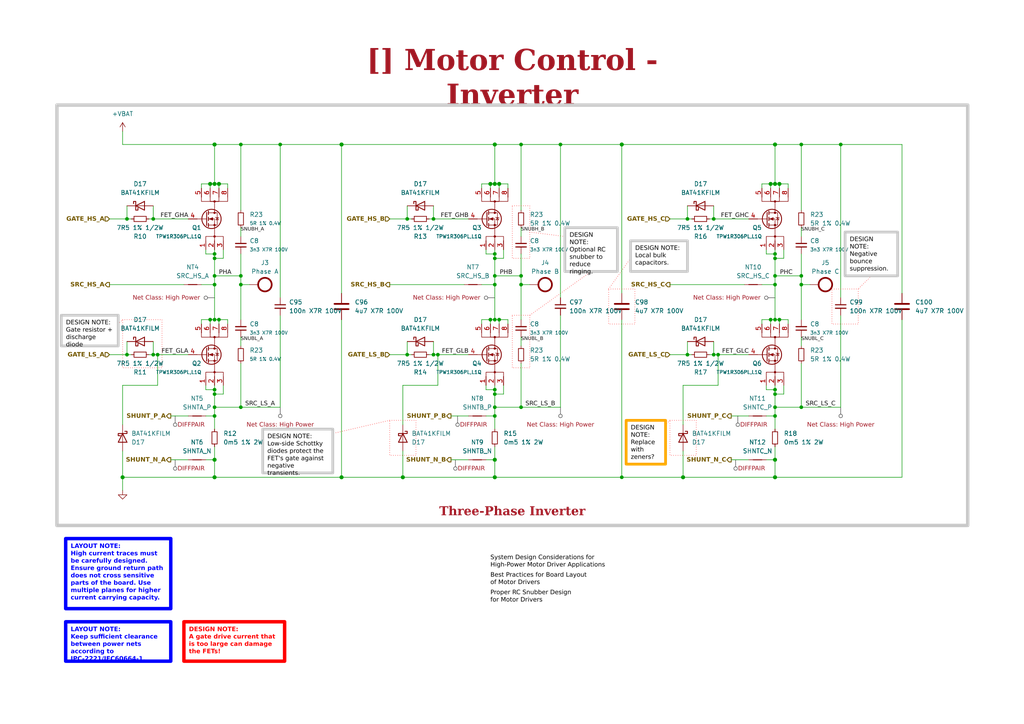
<source format=kicad_sch>
(kicad_sch (version 20231120) (generator "eeschema") (generator_version "8.0")
  (paper "A4")
  (title_block (title "Motor Control - Inverter") (date "2024-01-25") (rev "${REVISION}") (company "${COMPANY}"))
  (lib_symbols
    (symbol "0_connectors:Solder Pad" (pin_numbers hide) (pin_names (offset 0.762) hide)
      (property "Reference" "J" (at 0 10.795 0))
      (property "Value" "Solder Pad" (at 0 8.255 0))
      (symbol "Solder Pad_1_1"
        (pin passive line (at 0 0 90) (length 2.54) (name "1") (number "1"))
      )
    )
    (symbol "0_power_symbols:+VBAT" (power) (pin_names (offset 0))
      (property "Value" "+VBAT" (at 0 3.556 0))
      (symbol "+VBAT_1_1"
        (pin power_in line (at 0 0 90) (length 0) hide (name "+VBAT") (number "1"))
      )
    )
    (symbol "0_transistor_fet:TPW1R306PL,L1Q" (pin_names hide)
      (property "Reference" "Q" (at 5.08 1.905 0))
      (property "Value" "TPW1R306PL,L1Q" (at 5.08 0 0))
      (symbol "TPW1R306PL,L1Q_1_1"
        (pin passive line (at 0 -8.89 90) (length 2.54) (name "S") (number "1"))
        (pin passive line (at 2.54 -8.89 90) (length 2.54) (name "S") (number "2"))
        (pin passive line (at 5.08 -8.89 90) (length 2.54) (name "S") (number "3"))
        (pin input line (at -5.08 0 0) (length 2.54) (name "G") (number "4"))
        (pin passive line (at -1.27 8.89 270) (length 2.54) (name "D") (number "5"))
        (pin passive line (at 1.27 8.89 270) (length 2.54) (name "D") (number "6"))
        (pin passive line (at 3.81 8.89 270) (length 2.54) (name "D") (number "7"))
        (pin passive line (at 6.35 8.89 270) (length 2.54) (name "D") (number "8"))
      )
    )
    (symbol "BAT41KFILM_1" (pin_numbers hide) (pin_names (offset 1.016) hide)
      (property "Reference" "D" (at 0 2.54 0))
      (property "Value" "BAT41KFILM" (at 0 -2.54 0))
      (symbol "BAT41KFILM_1_1_1"
        (pin passive line (at -3.81 0 0) (length 2.54) (name "K") (number "1"))
        (pin passive line (at 3.81 0 180) (length 2.54) (name "A") (number "2"))
      )
    )
    (symbol "Device:C" (pin_numbers hide) (pin_names (offset 0.254))
      (property "Reference" "C" (at 0.635 2.54 0))
      (property "Value" "C" (at 0.635 -2.54 0))
      (symbol "C_1_1"
        (pin passive line (at 0 3.81 270) (length 2.794) (name "~") (number "1"))
        (pin passive line (at 0 -3.81 90) (length 2.794) (name "~") (number "2"))
      )
    )
    (symbol "Device:C_Small" (pin_numbers hide) (pin_names (offset 0.254) hide)
      (property "Reference" "C" (at 0.254 1.778 0))
      (property "Value" "C_Small" (at 0.254 -2.032 0))
      (symbol "C_Small_1_1"
        (pin passive line (at 0 2.54 270) (length 2.032) (name "~") (number "1"))
        (pin passive line (at 0 -2.54 90) (length 2.032) (name "~") (number "2"))
      )
    )
    (symbol "Device:NetTie_2" (pin_numbers hide) (pin_names (offset 0) hide) (in_bom no)
      (property "Reference" "NT" (at 0 1.27 0))
      (property "Value" "NetTie_2" (at 0 -1.27 0))
      (symbol "NetTie_2_1_1"
        (pin passive line (at -2.54 0 0) (length 2.54) (name "1") (number "1"))
        (pin passive line (at 2.54 0 180) (length 2.54) (name "2") (number "2"))
      )
    )
    (symbol "Device:R_Small" (pin_numbers hide) (pin_names (offset 0.254) hide)
      (property "Reference" "R" (at 0.762 0.508 0))
      (property "Value" "R_Small" (at 0.762 -1.016 0))
      (symbol "R_Small_1_1"
        (pin passive line (at 0 2.54 270) (length 0.762) (name "~") (number "1"))
        (pin passive line (at 0 -2.54 90) (length 0.762) (name "~") (number "2"))
      )
    )
    (symbol "power:GND" (power) (pin_names (offset 0))
      (property "Value" "GND" (at 0 -3.81 0))
      (symbol "GND_1_1"
        (pin power_in line (at 0 0 270) (length 0) hide (name "GND") (number "1"))
      )
    )
  )
  (junction (at 224.79 74.93))
  (junction (at 144.78 53.34) (diameter 1.016))
  (junction (at 143.51 73.66))
  (junction (at 207.01 102.87))
  (junction (at 143.51 114.3))
  (junction (at 36.83 63.5))
  (junction (at 223.52 92.71))
  (junction (at 127 102.87))
  (junction (at 151.13 118.11))
  (junction (at 125.73 63.5))
  (junction (at 224.79 120.65))
  (junction (at 69.85 41.91))
  (junction (at 243.84 41.91))
  (junction (at 207.01 63.5))
  (junction (at 180.34 138.43))
  (junction (at 232.41 118.11))
  (junction (at 116.84 138.43) (diameter 1.016))
  (junction (at 224.79 41.91) (diameter 1.016))
  (junction (at 224.79 114.3))
  (junction (at 232.41 41.91))
  (junction (at 180.34 41.91) (diameter 1.016))
  (junction (at 143.51 133.35) (diameter 1.016))
  (junction (at 143.51 53.34) (diameter 1.016))
  (junction (at 69.85 82.55))
  (junction (at 118.11 63.5))
  (junction (at 63.5 53.34) (diameter 1.016))
  (junction (at 60.96 92.71))
  (junction (at 232.41 82.55))
  (junction (at 45.72 102.87))
  (junction (at 62.23 53.34) (diameter 1.016))
  (junction (at 62.23 80.01))
  (junction (at 226.06 53.34) (diameter 1.016))
  (junction (at 224.79 133.35) (diameter 1.016))
  (junction (at 60.96 53.34) (diameter 1.016))
  (junction (at 81.28 41.91))
  (junction (at 63.5 92.71))
  (junction (at 62.23 114.3))
  (junction (at 232.41 80.01))
  (junction (at 99.06 41.91) (diameter 1.016))
  (junction (at 151.13 80.01))
  (junction (at 208.28 102.87))
  (junction (at 125.73 102.87))
  (junction (at 44.45 102.87))
  (junction (at 198.12 138.43) (diameter 1.016))
  (junction (at 62.23 74.93))
  (junction (at 142.24 92.71))
  (junction (at 69.85 80.01))
  (junction (at 224.79 118.11))
  (junction (at 62.23 41.91) (diameter 1.016))
  (junction (at 62.23 73.66))
  (junction (at 118.11 102.87))
  (junction (at 62.23 133.35) (diameter 1.016))
  (junction (at 143.51 138.43) (diameter 1.016))
  (junction (at 144.78 92.71))
  (junction (at 224.79 82.55))
  (junction (at 62.23 138.43) (diameter 1.016))
  (junction (at 226.06 92.71))
  (junction (at 62.23 120.65))
  (junction (at 62.23 113.03))
  (junction (at 143.51 74.93))
  (junction (at 44.45 63.5))
  (junction (at 143.51 82.55))
  (junction (at 151.13 82.55))
  (junction (at 36.83 102.87))
  (junction (at 199.39 63.5))
  (junction (at 162.56 41.91))
  (junction (at 151.13 41.91))
  (junction (at 62.23 82.55))
  (junction (at 143.51 92.71))
  (junction (at 99.06 138.43) (diameter 1.016))
  (junction (at 62.23 118.11))
  (junction (at 143.51 80.01))
  (junction (at 143.51 41.91) (diameter 1.016))
  (junction (at 142.24 53.34) (diameter 1.016))
  (junction (at 143.51 118.11))
  (junction (at 224.79 113.03))
  (junction (at 69.85 118.11))
  (junction (at 224.79 138.43) (diameter 1.016))
  (junction (at 224.79 73.66))
  (junction (at 35.56 138.43) (diameter 1.016))
  (junction (at 62.23 92.71))
  (junction (at 143.51 120.65))
  (junction (at 224.79 53.34) (diameter 1.016))
  (junction (at 143.51 113.03))
  (junction (at 224.79 80.01))
  (junction (at 224.79 92.71))
  (junction (at 199.39 102.87))
  (junction (at 223.52 53.34) (diameter 1.016))
  (wire (pts (xy 142.24 53.34) (xy 143.51 53.34)))
  (wire (pts (xy 59.69 133.35) (xy 62.23 133.35)))
  (wire (pts (xy 125.73 63.5) (xy 124.46 63.5)))
  (wire (pts (xy 63.5 53.34) (xy 66.04 53.34)))
  (wire (pts (xy 69.85 41.91) (xy 81.28 41.91)))
  (wire (pts (xy 143.51 138.43) (xy 180.34 138.43)))
  (polyline (pts (xy 163.83 68.58) (xy 153.67 67.31)) (stroke (width 0) (type dot) (color 255 0 0 1)))
  (wire (pts (xy 69.85 66.04) (xy 69.85 68.58)))
  (wire (pts (xy 180.34 41.91) (xy 224.79 41.91)))
  (wire (pts (xy 127 102.87) (xy 135.89 102.87)))
  (wire (pts (xy 59.69 73.66) (xy 62.23 73.66)))
  (wire (pts (xy 140.97 111.76) (xy 140.97 113.03)))
  (wire (pts (xy 226.06 92.71) (xy 226.06 93.98)))
  (wire (pts (xy 118.11 63.5) (xy 119.38 63.5)))
  (wire (pts (xy 62.23 138.43) (xy 99.06 138.43)))
  (wire (pts (xy 224.79 118.11) (xy 224.79 120.65)))
  (wire (pts (xy 162.56 91.44) (xy 162.56 118.11)))
  (wire (pts (xy 223.52 53.34) (xy 223.52 54.61)))
  (wire (pts (xy 143.51 53.34) (xy 144.78 53.34)))
  (wire (pts (xy 198.12 138.43) (xy 224.79 138.43)))
  (wire (pts (xy 62.23 74.93) (xy 62.23 80.01)))
  (wire (pts (xy 63.5 92.71) (xy 66.04 92.71)))
  (wire (pts (xy 59.69 111.76) (xy 59.69 113.03)))
  (wire (pts (xy 226.06 92.71) (xy 228.6 92.71)))
  (wire (pts (xy 180.34 92.71) (xy 180.34 138.43)))
  (wire (pts (xy 44.45 99.06) (xy 44.45 102.87)))
  (wire (pts (xy 139.7 92.71) (xy 142.24 92.71)))
  (wire (pts (xy 143.51 74.93) (xy 143.51 73.66)))
  (wire (pts (xy 62.23 114.3) (xy 64.77 114.3)))
  (wire (pts (xy 151.13 118.11) (xy 162.56 118.11)))
  (wire (pts (xy 36.83 102.87) (xy 38.1 102.87)))
  (wire (pts (xy 151.13 105.41) (xy 151.13 118.11)))
  (wire (pts (xy 224.79 74.93) (xy 227.33 74.93)))
  (wire (pts (xy 220.98 82.55) (xy 224.79 82.55)))
  (wire (pts (xy 198.12 111.76) (xy 208.28 111.76)))
  (wire (pts (xy 44.45 63.5) (xy 43.18 63.5)))
  (wire (pts (xy 116.84 111.76) (xy 127 111.76)))
  (wire (pts (xy 227.33 114.3) (xy 227.33 111.76)))
  (wire (pts (xy 63.5 53.34) (xy 63.5 54.61)))
  (wire (pts (xy 226.06 53.34) (xy 228.6 53.34)))
  (wire (pts (xy 62.23 118.11) (xy 62.23 120.65)))
  (wire (pts (xy 125.73 99.06) (xy 125.73 102.87)))
  (wire (pts (xy 232.41 82.55) (xy 232.41 80.01)))
  (wire (pts (xy 224.79 114.3) (xy 224.79 118.11)))
  (wire (pts (xy 69.85 105.41) (xy 69.85 118.11)))
  (wire (pts (xy 143.51 111.76) (xy 143.51 113.03)))
  (wire (pts (xy 49.53 120.65) (xy 54.61 120.65)))
  (wire (pts (xy 224.79 120.65) (xy 224.79 124.46)))
  (wire (pts (xy 69.85 80.01) (xy 69.85 82.55)))
  (wire (pts (xy 140.97 73.66) (xy 143.51 73.66)))
  (polyline (pts (xy 252.73 80.01) (xy 248.92 83.82)) (stroke (width 0) (type dot) (color 255 0 0 1)))
  (wire (pts (xy 199.39 63.5) (xy 200.66 63.5)))
  (wire (pts (xy 143.51 82.55) (xy 143.51 80.01)))
  (wire (pts (xy 144.78 92.71) (xy 147.32 92.71)))
  (wire (pts (xy 232.41 41.91) (xy 232.41 60.96)))
  (wire (pts (xy 62.23 82.55) (xy 62.23 80.01)))
  (wire (pts (xy 64.77 114.3) (xy 64.77 111.76)))
  (wire (pts (xy 198.12 123.19) (xy 198.12 111.76)))
  (wire (pts (xy 142.24 53.34) (xy 142.24 54.61)))
  (wire (pts (xy 58.42 93.98) (xy 58.42 92.71)))
  (polyline (pts (xy 113.03 121.92) (xy 96.52 125.73)) (stroke (width 0) (type dot) (color 255 0 0 1)))
  (wire (pts (xy 59.69 120.65) (xy 62.23 120.65)))
  (wire (pts (xy 232.41 97.79) (xy 232.41 100.33)))
  (wire (pts (xy 116.84 138.43) (xy 143.51 138.43)))
  (wire (pts (xy 146.05 74.93) (xy 146.05 72.39)))
  (wire (pts (xy 194.31 82.55) (xy 215.9 82.55)))
  (wire (pts (xy 69.85 41.91) (xy 69.85 60.96)))
  (wire (pts (xy 69.85 82.55) (xy 69.85 92.71)))
  (wire (pts (xy 44.45 102.87) (xy 43.18 102.87)))
  (wire (pts (xy 199.39 99.06) (xy 199.39 102.87)))
  (wire (pts (xy 143.51 114.3) (xy 143.51 118.11)))
  (wire (pts (xy 35.56 130.81) (xy 35.56 138.43)))
  (wire (pts (xy 194.31 63.5) (xy 199.39 63.5)))
  (wire (pts (xy 143.51 133.35) (xy 143.51 129.54)))
  (wire (pts (xy 139.7 82.55) (xy 143.51 82.55)))
  (wire (pts (xy 143.51 114.3) (xy 143.51 113.03)))
  (wire (pts (xy 35.56 38.1) (xy 35.56 41.91)))
  (wire (pts (xy 62.23 133.35) (xy 62.23 129.54)))
  (wire (pts (xy 35.56 138.43) (xy 62.23 138.43)))
  (wire (pts (xy 59.69 72.39) (xy 59.69 73.66)))
  (wire (pts (xy 62.23 80.01) (xy 69.85 80.01)))
  (wire (pts (xy 99.06 138.43) (xy 116.84 138.43)))
  (wire (pts (xy 66.04 92.71) (xy 66.04 93.98)))
  (wire (pts (xy 81.28 41.91) (xy 99.06 41.91)))
  (wire (pts (xy 143.51 138.43) (xy 143.51 133.35)))
  (wire (pts (xy 162.56 41.91) (xy 180.34 41.91)))
  (wire (pts (xy 224.79 80.01) (xy 232.41 80.01)))
  (wire (pts (xy 69.85 73.66) (xy 69.85 80.01)))
  (wire (pts (xy 151.13 82.55) (xy 151.13 92.71)))
  (wire (pts (xy 224.79 82.55) (xy 224.79 92.71)))
  (wire (pts (xy 220.98 53.34) (xy 223.52 53.34)))
  (wire (pts (xy 199.39 59.69) (xy 199.39 63.5)))
  (wire (pts (xy 222.25 73.66) (xy 224.79 73.66)))
  (wire (pts (xy 59.69 113.03) (xy 62.23 113.03)))
  (wire (pts (xy 232.41 73.66) (xy 232.41 80.01)))
  (wire (pts (xy 180.34 41.91) (xy 180.34 85.09)))
  (wire (pts (xy 31.75 82.55) (xy 53.34 82.55)))
  (wire (pts (xy 207.01 99.06) (xy 207.01 102.87)))
  (wire (pts (xy 99.06 92.71) (xy 99.06 138.43)))
  (polyline (pts (xy 34.29 93.98) (xy 35.56 92.71)) (stroke (width 0) (type dot) (color 255 0 0 1)))
  (wire (pts (xy 45.72 102.87) (xy 54.61 102.87)))
  (wire (pts (xy 224.79 133.35) (xy 224.79 129.54)))
  (wire (pts (xy 62.23 114.3) (xy 62.23 118.11)))
  (wire (pts (xy 116.84 123.19) (xy 116.84 111.76)))
  (wire (pts (xy 58.42 92.71) (xy 60.96 92.71)))
  (wire (pts (xy 222.25 120.65) (xy 224.79 120.65)))
  (wire (pts (xy 130.81 120.65) (xy 135.89 120.65)))
  (wire (pts (xy 62.23 118.11) (xy 69.85 118.11)))
  (wire (pts (xy 212.09 120.65) (xy 217.17 120.65)))
  (wire (pts (xy 207.01 102.87) (xy 205.74 102.87)))
  (wire (pts (xy 35.56 138.43) (xy 35.56 142.24)))
  (wire (pts (xy 60.96 53.34) (xy 62.23 53.34)))
  (wire (pts (xy 222.25 111.76) (xy 222.25 113.03)))
  (wire (pts (xy 44.45 63.5) (xy 54.61 63.5)))
  (wire (pts (xy 99.06 41.91) (xy 143.51 41.91)))
  (wire (pts (xy 142.24 92.71) (xy 142.24 93.98)))
  (wire (pts (xy 116.84 130.81) (xy 116.84 138.43)))
  (wire (pts (xy 99.06 41.91) (xy 99.06 85.09)))
  (wire (pts (xy 35.56 123.19) (xy 35.56 111.76)))
  (wire (pts (xy 62.23 74.93) (xy 64.77 74.93)))
  (wire (pts (xy 62.23 111.76) (xy 62.23 113.03)))
  (wire (pts (xy 58.42 54.61) (xy 58.42 53.34)))
  (wire (pts (xy 151.13 41.91) (xy 162.56 41.91)))
  (wire (pts (xy 140.97 120.65) (xy 143.51 120.65)))
  (wire (pts (xy 118.11 99.06) (xy 118.11 102.87)))
  (wire (pts (xy 143.51 74.93) (xy 143.51 80.01)))
  (wire (pts (xy 224.79 138.43) (xy 224.79 133.35)))
  (wire (pts (xy 69.85 97.79) (xy 69.85 100.33)))
  (wire (pts (xy 125.73 102.87) (xy 124.46 102.87)))
  (wire (pts (xy 143.51 114.3) (xy 146.05 114.3)))
  (wire (pts (xy 151.13 118.11) (xy 143.51 118.11)))
  (wire (pts (xy 142.24 92.71) (xy 143.51 92.71)))
  (wire (pts (xy 36.83 63.5) (xy 38.1 63.5)))
  (wire (pts (xy 223.52 92.71) (xy 223.52 93.98)))
  (wire (pts (xy 58.42 53.34) (xy 60.96 53.34)))
  (wire (pts (xy 113.03 82.55) (xy 134.62 82.55)))
  (wire (pts (xy 143.51 41.91) (xy 151.13 41.91)))
  (wire (pts (xy 139.7 54.61) (xy 139.7 53.34)))
  (wire (pts (xy 224.79 53.34) (xy 226.06 53.34)))
  (wire (pts (xy 224.79 114.3) (xy 224.79 113.03)))
  (wire (pts (xy 151.13 82.55) (xy 151.13 80.01)))
  (wire (pts (xy 140.97 133.35) (xy 143.51 133.35)))
  (wire (pts (xy 243.84 41.91) (xy 243.84 86.36)))
  (wire (pts (xy 162.56 41.91) (xy 162.56 86.36)))
  (wire (pts (xy 69.85 118.11) (xy 81.28 118.11)))
  (wire (pts (xy 207.01 59.69) (xy 207.01 63.5)))
  (wire (pts (xy 261.62 41.91) (xy 261.62 85.09)))
  (wire (pts (xy 140.97 113.03) (xy 143.51 113.03)))
  (wire (pts (xy 62.23 72.39) (xy 62.23 73.66)))
  (wire (pts (xy 125.73 59.69) (xy 125.73 63.5)))
  (wire (pts (xy 60.96 92.71) (xy 60.96 93.98)))
  (wire (pts (xy 113.03 102.87) (xy 118.11 102.87)))
  (polyline (pts (xy 171.45 78.74) (xy 153.67 91.44)) (stroke (width 0) (type dot) (color 255 0 0 1)))
  (wire (pts (xy 81.28 41.91) (xy 81.28 86.36)))
  (wire (pts (xy 199.39 102.87) (xy 200.66 102.87)))
  (wire (pts (xy 143.51 92.71) (xy 144.78 92.71)))
  (wire (pts (xy 232.41 105.41) (xy 232.41 118.11)))
  (wire (pts (xy 232.41 41.91) (xy 243.84 41.91)))
  (wire (pts (xy 232.41 66.04) (xy 232.41 68.58)))
  (wire (pts (xy 143.51 80.01) (xy 151.13 80.01)))
  (wire (pts (xy 144.78 92.71) (xy 144.78 93.98)))
  (wire (pts (xy 49.53 133.35) (xy 54.61 133.35)))
  (wire (pts (xy 223.52 92.71) (xy 224.79 92.71)))
  (wire (pts (xy 194.31 102.87) (xy 199.39 102.87)))
  (wire (pts (xy 44.45 102.87) (xy 45.72 102.87)))
  (wire (pts (xy 212.09 133.35) (xy 217.17 133.35)))
  (wire (pts (xy 151.13 41.91) (xy 151.13 60.96)))
  (wire (pts (xy 125.73 102.87) (xy 127 102.87)))
  (wire (pts (xy 224.79 41.91) (xy 224.79 53.34)))
  (wire (pts (xy 62.23 120.65) (xy 62.23 124.46)))
  (wire (pts (xy 127 111.76) (xy 127 102.87)))
  (wire (pts (xy 220.98 54.61) (xy 220.98 53.34)))
  (wire (pts (xy 207.01 63.5) (xy 217.17 63.5)))
  (wire (pts (xy 227.33 74.93) (xy 227.33 72.39)))
  (wire (pts (xy 224.79 72.39) (xy 224.79 73.66)))
  (wire (pts (xy 66.04 53.34) (xy 66.04 54.61)))
  (wire (pts (xy 228.6 92.71) (xy 228.6 93.98)))
  (wire (pts (xy 228.6 53.34) (xy 228.6 54.61)))
  (wire (pts (xy 36.83 59.69) (xy 36.83 63.5)))
  (wire (pts (xy 224.79 74.93) (xy 224.79 80.01)))
  (wire (pts (xy 62.23 82.55) (xy 62.23 92.71)))
  (wire (pts (xy 224.79 111.76) (xy 224.79 113.03)))
  (wire (pts (xy 118.11 102.87) (xy 119.38 102.87)))
  (wire (pts (xy 207.01 63.5) (xy 205.74 63.5)))
  (polyline (pts (xy 194.31 121.92) (xy 193.04 123.19)) (stroke (width 0) (type dot) (color 255 0 0 1)))
  (wire (pts (xy 243.84 41.91) (xy 261.62 41.91)))
  (wire (pts (xy 60.96 92.71) (xy 62.23 92.71)))
  (wire (pts (xy 143.51 82.55) (xy 143.51 92.71)))
  (wire (pts (xy 207.01 102.87) (xy 208.28 102.87)))
  (wire (pts (xy 220.98 92.71) (xy 223.52 92.71)))
  (wire (pts (xy 232.41 82.55) (xy 232.41 92.71)))
  (wire (pts (xy 58.42 82.55) (xy 62.23 82.55)))
  (wire (pts (xy 118.11 59.69) (xy 118.11 63.5)))
  (wire (pts (xy 151.13 73.66) (xy 151.13 80.01)))
  (wire (pts (xy 243.84 91.44) (xy 243.84 118.11)))
  (wire (pts (xy 45.72 111.76) (xy 45.72 102.87)))
  (wire (pts (xy 31.75 63.5) (xy 36.83 63.5)))
  (wire (pts (xy 113.03 63.5) (xy 118.11 63.5)))
  (wire (pts (xy 222.25 113.03) (xy 224.79 113.03)))
  (wire (pts (xy 151.13 97.79) (xy 151.13 100.33)))
  (wire (pts (xy 44.45 59.69) (xy 44.45 63.5)))
  (wire (pts (xy 62.23 41.91) (xy 62.23 53.34)))
  (wire (pts (xy 261.62 92.71) (xy 261.62 138.43)))
  (wire (pts (xy 36.83 99.06) (xy 36.83 102.87)))
  (wire (pts (xy 147.32 92.71) (xy 147.32 93.98)))
  (wire (pts (xy 208.28 111.76) (xy 208.28 102.87)))
  (wire (pts (xy 223.52 53.34) (xy 224.79 53.34)))
  (wire (pts (xy 62.23 92.71) (xy 63.5 92.71)))
  (wire (pts (xy 180.34 138.43) (xy 198.12 138.43)))
  (wire (pts (xy 143.51 118.11) (xy 143.51 120.65)))
  (wire (pts (xy 62.23 138.43) (xy 62.23 133.35)))
  (wire (pts (xy 224.79 138.43) (xy 261.62 138.43)))
  (wire (pts (xy 147.32 53.34) (xy 147.32 54.61)))
  (wire (pts (xy 62.23 74.93) (xy 62.23 73.66)))
  (wire (pts (xy 62.23 53.34) (xy 63.5 53.34)))
  (wire (pts (xy 151.13 66.04) (xy 151.13 68.58)))
  (wire (pts (xy 224.79 82.55) (xy 224.79 80.01)))
  (wire (pts (xy 224.79 74.93) (xy 224.79 73.66)))
  (wire (pts (xy 232.41 82.55) (xy 234.95 82.55)))
  (wire (pts (xy 60.96 53.34) (xy 60.96 54.61)))
  (wire (pts (xy 143.51 120.65) (xy 143.51 124.46)))
  (wire (pts (xy 81.28 91.44) (xy 81.28 118.11)))
  (wire (pts (xy 208.28 102.87) (xy 217.17 102.87)))
  (wire (pts (xy 224.79 118.11) (xy 232.41 118.11)))
  (wire (pts (xy 224.79 92.71) (xy 226.06 92.71)))
  (wire (pts (xy 63.5 92.71) (xy 63.5 93.98)))
  (wire (pts (xy 144.78 53.34) (xy 147.32 53.34)))
  (wire (pts (xy 139.7 53.34) (xy 142.24 53.34)))
  (wire (pts (xy 35.56 111.76) (xy 45.72 111.76)))
  (wire (pts (xy 222.25 72.39) (xy 222.25 73.66)))
  (wire (pts (xy 144.78 53.34) (xy 144.78 54.61)))
  (wire (pts (xy 64.77 74.93) (xy 64.77 72.39)))
  (wire (pts (xy 224.79 114.3) (xy 227.33 114.3)))
  (wire (pts (xy 198.12 130.81) (xy 198.12 138.43)))
  (wire (pts (xy 224.79 41.91) (xy 232.41 41.91)))
  (wire (pts (xy 125.73 63.5) (xy 135.89 63.5)))
  (wire (pts (xy 139.7 93.98) (xy 139.7 92.71)))
  (wire (pts (xy 69.85 82.55) (xy 72.39 82.55)))
  (wire (pts (xy 220.98 93.98) (xy 220.98 92.71)))
  (wire (pts (xy 143.51 74.93) (xy 146.05 74.93)))
  (polyline (pts (xy 182.88 74.93) (xy 176.53 83.82)) (stroke (width 0) (type dot) (color 255 0 0 1)))
  (wire (pts (xy 62.23 114.3) (xy 62.23 113.03)))
  (wire (pts (xy 62.23 41.91) (xy 69.85 41.91)))
  (wire (pts (xy 143.51 41.91) (xy 143.51 53.34)))
  (wire (pts (xy 31.75 102.87) (xy 36.83 102.87)))
  (wire (pts (xy 222.25 133.35) (xy 224.79 133.35)))
  (wire (pts (xy 232.41 118.11) (xy 243.84 118.11)))
  (wire (pts (xy 140.97 72.39) (xy 140.97 73.66)))
  (wire (pts (xy 35.56 41.91) (xy 62.23 41.91)))
  (wire (pts (xy 151.13 82.55) (xy 153.67 82.55)))
  (wire (pts (xy 226.06 53.34) (xy 226.06 54.61)))
  (wire (pts (xy 130.81 133.35) (xy 135.89 133.35)))
  (wire (pts (xy 146.05 114.3) (xy 146.05 111.76)))
  (wire (pts (xy 143.51 72.39) (xy 143.51 73.66)))
  (rectangle (start 241.3 83.82) (end 248.92 93.98) (stroke (width 0) (type dot) (color 255 0 0 1)))
  (rectangle (start 35.56 92.71) (end 46.99 106.68) (stroke (width 0) (type dot) (color 255 0 0 1)))
  (rectangle (start 194.31 121.92) (end 201.93 132.08) (stroke (width 0) (type dot) (color 255 0 0 1)))
  (rectangle (start 16.51 30.48) (end 280.67 152.4) (stroke (width 1) (color 200 200 200 1)))
  (rectangle (start 148.59 59.69) (end 153.67 74.93) (stroke (width 0) (type dot) (color 255 0 0 1)))
  (rectangle (start 113.03 121.92) (end 120.65 132.08) (stroke (width 0) (type dot) (color 255 0 0 1)))
  (rectangle (start 148.59 91.44) (end 153.67 106.68) (stroke (width 0) (type dot) (color 255 0 0 1)))
  (rectangle (start 176.53 83.82) (end 184.15 93.98) (stroke (width 0) (type dot) (color 255 0 0 1)))
  (text_box "DESIGN NOTE:\nNegative bounce suppression." (at 245.11 67.31 0) (size 15.24 12.7) (stroke (width 0.8) (color 200 200 200 1)) (effects (font (size 1.27 1.27)) (justify left top)))
  (text_box "DESIGN NOTE:\nA gate drive current that is too large can damage the FETs!" (at 53.34 180.34 0) (size 29.21 11.43) (stroke (width 1) (color 255 0 0 1)) (effects (font (size 1.27 1.27) (thickness 0.4) (bold yes)) (justify left top)))
  (text_box "DESIGN NOTE:\nLocal bulk capacitors." (at 182.88 69.85 0) (size 16.51 8.89) (stroke (width 0.8) (color 200 200 200 1)) (effects (font (size 1.27 1.27)) (justify left top)))
  (text_box "[${#}] ${TITLE}" (at 87.63 16.51 0) (size 121.92 12.7) (stroke (width -0.0001)) (effects (font (size 6 6) (thickness 1.2) (bold yes))))
  (text_box "LAYOUT NOTE:\nHigh current traces must be carefully designed. Ensure ground return path does not cross sensitive parts of the board. Use multiple planes for higher current carrying capacity." (at 19.05 156.21 0) (size 30.48 20.32) (stroke (width 1) (color 0 0 255 1)) (effects (font (size 1.27 1.27) (thickness 0.4) (bold yes)) (justify left top)))
  (text_box "LAYOUT NOTE:\nKeep sufficient clearance between power nets according to IPC-2221/IEC60664-1." (at 19.05 180.34 0) (size 30.48 11.43) (stroke (width 1) (color 0 0 255 1)) (effects (font (size 1.27 1.27) (thickness 0.4) (bold yes)) (justify left top)))
  (text_box "Three-Phase Inverter" (at 17.78 142.24 0) (size 261.62 9.525) (stroke (width -0.0001)) (effects (font (size 2.54 2.54) (thickness 0.508) (bold yes)) (justify bottom)))
  (text_box "DESIGN NOTE:\nReplace with zeners?" (at 181.61 121.92 0) (size 11.43 12.7) (stroke (width 0.8) (color 255 165 0 1)) (effects (font (size 1.27 1.27)) (justify left top)))
  (text_box "DESIGN NOTE:\nLow-side Schottky diodes protect the FET's gate against negative transients." (at 76.2 124.46 0) (size 20.32 12.7) (stroke (width 0.8) (color 200 200 200 1)) (effects (font (size 1.27 1.27)) (justify left top)))
  (text_box "DESIGN NOTE:\nGate resistor + discharge diode" (at 17.78 91.44 0) (size 16.51 8.89) (stroke (width 0.8) (color 200 200 200 1)) (effects (font (size 1.27 1.27)) (justify left top)))
  (text_box "DESIGN NOTE:\nOptional RC snubber to reduce ringing." (at 163.83 66.04 0) (size 15.24 12.7) (stroke (width 0.8) (color 200 200 200 1)) (effects (font (size 1.27 1.27)) (justify left top)))
  (text "Best Practices for Board Layout \nof Motor Drivers" (at 142.24 170.18 0) (effects (font (size 1.27 1.27)) (justify left bottom)))
  (text "Proper RC Snubber Design \nfor Motor Drivers" (at 142.24 175.26 0) (effects (font (size 1.27 1.27)) (justify left bottom)))
  (text "System Design Considerations for \nHigh-Power Motor Driver Applications" (at 142.24 165.1 0) (effects (font (size 1.27 1.27)) (justify left bottom)))
  (label "SNUBH_B" (at 151.13 67.31 0) (effects (font (size 1.016 1.016))))
  (label "PHB" (at 148.59 80.01 180))
  (label "SNUBH_C" (at 232.41 67.31 0) (effects (font (size 1.016 1.016))))
  (label "FET_GHC" (at 217.17 63.5 180))
  (label "FET_GHA" (at 54.61 63.5 180))
  (label "SNUBL_B" (at 151.13 99.06 0) (effects (font (size 1.016 1.016))))
  (label "SNUBH_A" (at 69.85 67.31 0) (effects (font (size 1.016 1.016))))
  (label "FET_GLB" (at 135.89 102.87 180))
  (label "SRC_LS_A" (at 71.12 118.11 0))
  (label "SRC_LS_C" (at 233.68 118.11 0))
  (label "PHC" (at 229.87 80.01 180))
  (label "SRC_LS_B" (at 152.4 118.11 0))
  (label "FET_GLA" (at 54.61 102.87 180))
  (label "SNUBL_C" (at 232.41 99.06 0) (effects (font (size 1.016 1.016))))
  (label "PHA" (at 63.5 80.01 0))
  (label "SNUBL_A" (at 69.85 99.06 0) (effects (font (size 1.016 1.016))))
  (label "FET_GHB" (at 135.89 63.5 180))
  (label "FET_GLC" (at 217.17 102.87 180))
  (hierarchical_label "SHUNT_N_C" (shape output) (at 212.09 133.35 180) (effects (font (thickness 0.254) (bold yes))))
  (hierarchical_label "SHUNT_N_A" (shape output) (at 49.53 133.35 180) (effects (font (thickness 0.254) (bold yes))))
  (hierarchical_label "SRC_HS_C" (shape output) (at 194.31 82.55 180) (effects (font (thickness 0.254) (bold yes))))
  (hierarchical_label "GATE_LS_B" (shape input) (at 113.03 102.87 180) (effects (font (thickness 0.254) (bold yes))))
  (hierarchical_label "GATE_HS_C" (shape input) (at 194.31 63.5 180) (effects (font (thickness 0.254) (bold yes))))
  (hierarchical_label "SRC_HS_A" (shape output) (at 31.75 82.55 180) (effects (font (thickness 0.254) (bold yes))))
  (hierarchical_label "SHUNT_P_A" (shape output) (at 49.53 120.65 180) (effects (font (thickness 0.254) (bold yes))))
  (hierarchical_label "GATE_HS_B" (shape input) (at 113.03 63.5 180) (effects (font (thickness 0.254) (bold yes))))
  (hierarchical_label "SHUNT_P_B" (shape output) (at 130.81 120.65 180) (effects (font (thickness 0.254) (bold yes))))
  (hierarchical_label "SHUNT_P_C" (shape output) (at 212.09 120.65 180) (effects (font (thickness 0.254) (bold yes))))
  (hierarchical_label "GATE_LS_C" (shape input) (at 194.31 102.87 180) (effects (font (thickness 0.254) (bold yes))))
  (hierarchical_label "GATE_HS_A" (shape input) (at 31.75 63.5 180) (effects (font (thickness 0.254) (bold yes))))
  (hierarchical_label "GATE_LS_A" (shape input) (at 31.75 102.87 180) (effects (font (thickness 0.254) (bold yes))))
  (hierarchical_label "SRC_HS_B" (shape output) (at 113.03 82.55 180) (effects (font (thickness 0.254) (bold yes))))
  (hierarchical_label "SHUNT_N_B" (shape output) (at 130.81 133.35 180) (effects (font (thickness 0.254) (bold yes))))
  (netclass_flag "" (length 2.54) (shape round) (at 81.28 118.11 180) (property "Netclass" "High Power" (at 81.28 123.19 0) (show_name yes) (effects (font (italic yes)))))
  (netclass_flag "" (length 2.54) (shape round) (at 132.08 133.35 180) (property "Kelvin Diff Pair" "DIFFPAIR" (at 132.7785 135.89 0) (effects (font (italic yes)) (justify left))))
  (netclass_flag "" (length 2.54) (shape round) (at 62.23 86.36 90) (property "Netclass" "High Power" (at 48.26 86.36 0) (show_name yes) (effects (font (italic yes)))))
  (netclass_flag "" (length 2.54) (shape round) (at 162.56 118.11 180) (property "Netclass" "High Power" (at 162.56 123.19 0) (show_name yes) (effects (font (italic yes)))))
  (netclass_flag "" (length 2.54) (shape round) (at 243.84 118.11 180) (property "Netclass" "High Power" (at 243.84 123.19 0) (show_name yes) (effects (font (italic yes)))))
  (netclass_flag "" (length 2.54) (shape round) (at 143.51 86.36 90) (property "Netclass" "High Power" (at 129.54 86.36 0) (show_name yes) (effects (font (italic yes)))))
  (netclass_flag "" (length 2.54) (shape round) (at 213.36 133.35 180) (property "Kelvin Diff Pair" "DIFFPAIR" (at 214.0585 135.89 0) (effects (font (italic yes)) (justify left))))
  (netclass_flag "" (length 2.54) (shape round) (at 224.79 86.36 90) (property "Netclass" "High Power" (at 210.82 86.36 0) (show_name yes) (effects (font (italic yes)))))
  (netclass_flag "" (length 2.54) (shape round) (at 50.8 133.35 180) (property "Kelvin Diff Pair" "DIFFPAIR" (at 51.4985 135.89 0) (effects (font (italic yes)) (justify left))))
  (netclass_flag "" (length 2.54) (shape round) (at 50.8 120.65 180) (property "Kelvin Diff Pair" "DIFFPAIR" (at 51.4985 123.19 0) (effects (font (italic yes)) (justify left))))
  (netclass_flag "" (length 2.54) (shape round) (at 132.715 120.65 180) (property "Kelvin Diff Pair" "DIFFPAIR" (at 133.4135 123.19 0) (effects (font (italic yes)) (justify left))))
  (netclass_flag "" (length 2.54) (shape round) (at 213.995 120.65 180) (property "Kelvin Diff Pair" "DIFFPAIR" (at 214.6935 123.19 0) (effects (font (italic yes)) (justify left))))
  (symbol (lib_id "0_transistor_fet:TPW1R306PL,L1Q") (at 222.25 63.5 0) (unit 1)
    (property "Reference" "Q5" (at 220.98 66.04 0) (effects (justify right)))
    (property "Value" "TPW1R306PL,L1Q" (at 220.98 68.58 0) (effects (font (size 1.016 1.016)) (justify right)))
    (property "Footprint" "0_transistor_fet:2-5S1A" (effects (hide yes)))
    (property "Datasheet" "https://toshiba.semicon-storage.com/info/TPW1R306PL_datasheet_en_20191021.pdf?did=55843&prodName=TPW1R306PL" (effects (hide yes)))
    (property "Description" "N-Channel 60 V 260A (Tc) 960mW (Ta), 170W (Tc) Surface Mount 8-DSOP Advance" (effects (hide yes)))
    (property "Manufacturer" "Toshiba Semiconductor and Storage" (effects (hide yes)))
    (property "Manufacturer Part Number" "TPW1R306PL,L1Q" (effects (hide yes)))
    (property "Supplier 1" "Digikey" (effects (hide yes)))
    (property "Supplier Part Number 1" "TPW1R306PLL1QCT-ND" (effects (hide yes)))
  )
  (symbol (lib_id "Device:R_Small") (at 69.85 63.5 180) (unit 1)
    (property "Reference" "R30" (at 72.39 62.23 0) (effects (justify right)))
    (property "Value" "5R 1% 0.4W" (at 72.39 64.77 0) (effects (font (size 1 1)) (justify right)))
    (property "Footprint" "0_resistor_smd:R_0603_1608_DensityHigh" (effects (hide yes)))
    (property "Datasheet" "https://www.seielect.com/catalog/sei-csrt.pdf" (effects (hide yes)))
    (property "Description" "5 Ohms ±1% 0.4W Chip Resistor 0603 (1608 Metric) Automotive AEC-Q200, Current Sense Thin Film" (effects (hide yes)))
    (property "Manufacturer" "Stackpole Electronics Inc" (effects (hide yes)))
    (property "Manufacturer Part Number" "CSRT0603FT5R00" (effects (hide yes)))
    (property "Supplier 1" "Digikey" (effects (hide yes)))
    (property "Supplier Part Number 1" "738-CSRT0603FT5R00CT-ND" (effects (hide yes)))
    (instances (project "pcb2blender_tmp" (path "" (reference "R23") (unit 1)) (path "" (reference "R30") (unit 1)) (path "" (reference "R58") (unit 1))))
  )
  (symbol (lib_name "BAT41KFILM_1") (lib_id "0_diode:BAT41KFILM") (at 198.12 127 270) (unit 1)
    (property "Reference" "D17" (at 200.66 128.27 90) (effects (justify left)))
    (property "Value" "BAT41KFILM" (at 200.66 125.73 90) (effects (justify left)))
    (property "Footprint" "0_diode_smd:D_SOD-523" (effects (hide yes)))
    (property "Datasheet" "https://www.st.com/content/ccc/resource/technical/document/datasheet/5b/cd/d8/0a/45/56/41/6c/CD00130227.pdf/files/CD00130227.pdf/jcr:content/translations/en.CD00130227.pdf" (effects (hide yes)))
    (property "Description" "Diode 100 V 200mA Surface Mount SOD-523" (effects (hide yes)))
    (property "Manufacturer" "STMicroelectronics" (effects (hide yes)))
    (property "Manufacturer Part Number" "BAT41KFILM" (effects (hide yes)))
    (property "Supplier 1" "Digikey" (effects (hide yes)))
    (property "Supplier Part Number 1" "497-5556-1-ND" (effects (hide yes)))
    (instances (project "pcb2blender_tmp" (path "" (reference "D17") (unit 1)) (path "" (reference "D12") (unit 1)) (path "" (reference "D9") (unit 1))))
  )
  (symbol (lib_id "Device:NetTie_2") (at 218.44 82.55 0) (unit 1) (in_bom no)
    (property "Reference" "NT10" (at 218.44 77.47 0))
    (property "Value" "SRC_HS_C" (at 218.44 80.01 0))
    (property "Footprint" "0_net_tie:NetTie-2_SMD_Pad0.4mm" (effects (hide yes)))
  )
  (symbol (lib_name "BAT41KFILM_1") (lib_id "0_diode:BAT41KFILM") (at 121.92 59.69 0) (unit 1)
    (property "Reference" "D17" (at 121.92 53.34 0))
    (property "Value" "BAT41KFILM" (at 121.92 55.88 0))
    (property "Footprint" "0_diode_smd:D_SOD-523" (effects (hide yes)))
    (property "Datasheet" "https://www.st.com/content/ccc/resource/technical/document/datasheet/5b/cd/d8/0a/45/56/41/6c/CD00130227.pdf/files/CD00130227.pdf/jcr:content/translations/en.CD00130227.pdf" (effects (hide yes)))
    (property "Description" "Diode 100 V 200mA Surface Mount SOD-523" (effects (hide yes)))
    (property "Manufacturer" "STMicroelectronics" (effects (hide yes)))
    (property "Manufacturer Part Number" "BAT41KFILM" (effects (hide yes)))
    (property "Supplier 1" "Digikey" (effects (hide yes)))
    (property "Supplier Part Number 1" "497-5556-1-ND" (effects (hide yes)))
    (instances (project "pcb2blender_tmp" (path "" (reference "D17") (unit 1)) (path "" (reference "D12") (unit 1)) (path "" (reference "D7") (unit 1))))
  )
  (symbol (lib_id "Device:NetTie_2") (at 55.88 82.55 0) (unit 1) (in_bom no)
    (property "Reference" "NT4" (at 55.88 77.47 0))
    (property "Value" "SRC_HS_A" (at 55.88 80.01 0))
    (property "Footprint" "0_net_tie:NetTie-2_SMD_Pad0.4mm" (effects (hide yes)))
  )
  (symbol (lib_id "Device:C_Small") (at 151.13 71.12 180) (unit 1)
    (property "Reference" "C8" (at 153.67 69.85 0) (effects (justify right)))
    (property "Value" "3n3 X7R 100V" (at 153.67 72.39 0) (effects (font (size 1 1)) (justify right)))
    (property "Footprint" "0_capacitor_smd:C_0402_1005_DensityHigh" (effects (hide yes)))
    (property "Datasheet" "https://search.murata.co.jp/Ceramy/image/img/A01X/G101/ENG/GRM155R72A332KA01-01.pdf" (effects (hide yes)))
    (property "Description" "3300 pF ±10% 100V Ceramic Capacitor X7R 0402 (1005 Metric)" (effects (hide yes)))
    (property "Manufacturer" "Murata Electronics" (effects (hide yes)))
    (property "Manufacturer Part Number" "GRM155R72A332KA01D" (effects (hide yes)))
    (property "Supplier 1" "Digikey" (effects (hide yes)))
    (property "Supplier Part Number 1" "490-8261-1-ND" (effects (hide yes)))
    (instances (project "pcb2blender_tmp" (path "" (reference "C8") (unit 1)) (path "" (reference "C137") (unit 1))))
  )
  (symbol (lib_id "Device:C") (at 99.06 88.9 0) (unit 1)
    (property "Reference" "C96" (at 102.87 87.63 0) (effects (justify left)))
    (property "Value" "4u7 X7R 100V" (at 102.87 90.17 0) (effects (justify left)))
    (property "Footprint" "0_capacitor_smd:C_1206_3216_DensityHighest" (effects (hide yes)))
    (property "Datasheet" "https://search.murata.co.jp/Ceramy/image/img/A01X/G101/ENG/GRJ31CZ72A475KE01-01.pdf" (effects (hide yes)))
    (property "Description" "4.7 µF ±10% 100V Ceramic Capacitor X7R 1206 (3216 Metric)" (effects (hide yes)))
    (property "Manufacturer" "Murata Electronics" (effects (hide yes)))
    (property "Manufacturer Part Number" "GRJ31CZ72A475KE01L" (effects (hide yes)))
    (property "Supplier 1" "Digikey" (effects (hide yes)))
    (property "Supplier Part Number 1" "490-GRJ31CZ72A475KE01LCT-ND" (effects (hide yes)))
  )
  (symbol (lib_id "Device:R_Small") (at 62.23 127 180) (unit 1)
    (property "Reference" "R12" (at 64.77 125.73 0) (effects (justify right)))
    (property "Value" "0m5 1% 2W" (at 64.77 128.27 0) (effects (justify right)))
    (property "Footprint" "0_resistor_smd:HCS1206FTL500" (effects (hide yes)))
    (property "Datasheet" "https://www.seielect.com/catalog/sei-hcs.pdf" (effects (hide yes)))
    (property "Description" "0.5 mOhms ±1% 2W Chip Resistor 1206 (3216 Metric) Automotive AEC-Q200, Current Sense, Moisture Resistant Metal Element" (effects (hide yes)))
    (property "Manufacturer" "Stackpole Electronics Inc" (effects (hide yes)))
    (property "Manufacturer Part Number" "HCS1206FTL500" (effects (hide yes)))
    (property "Supplier 1" "Digikey" (effects (hide yes)))
    (property "Supplier Part Number 1" "HCS1206FTL500CT-ND" (effects (hide yes)))
  )
  (symbol (lib_id "0_transistor_fet:TPW1R306PL,L1Q") (at 59.69 102.87 0) (unit 1)
    (property "Reference" "Q2" (at 58.42 105.41 0) (effects (justify right)))
    (property "Value" "TPW1R306PL,L1Q" (at 58.42 107.95 0) (effects (font (size 1.016 1.016)) (justify right)))
    (property "Footprint" "0_transistor_fet:2-5S1A" (effects (hide yes)))
    (property "Datasheet" "https://toshiba.semicon-storage.com/info/TPW1R306PL_datasheet_en_20191021.pdf?did=55843&prodName=TPW1R306PL" (effects (hide yes)))
    (property "Description" "N-Channel 60 V 260A (Tc) 960mW (Ta), 170W (Tc) Surface Mount 8-DSOP Advance" (effects (hide yes)))
    (property "Manufacturer" "Toshiba Semiconductor and Storage" (effects (hide yes)))
    (property "Manufacturer Part Number" "TPW1R306PL,L1Q" (effects (hide yes)))
    (property "Supplier 1" "Digikey" (effects (hide yes)))
    (property "Supplier Part Number 1" "TPW1R306PLL1QCT-ND" (effects (hide yes)))
  )
  (symbol (lib_id "Device:NetTie_2") (at 138.43 133.35 0) (unit 1) (in_bom no)
    (property "Reference" "NT9" (at 138.43 128.27 0))
    (property "Value" "SHNTB_N" (at 138.43 130.81 0))
    (property "Footprint" "0_net_tie:NetTie-2_SMD_Pad0.2mm" (effects (hide yes)))
  )
  (symbol (lib_id "Device:R_Small") (at 121.92 63.5 90) (mirror x) (unit 1)
    (property "Reference" "R13" (at 121.92 68.58 90))
    (property "Value" "7R5 1% 1/2W" (at 121.92 66.04 90))
    (property "Footprint" "0_resistor_smd:R_0805_2012_DensityHigh" (effects (hide yes)))
    (property "Datasheet" "https://www.vishay.com/docs/20043/crcwhpe3.pdf" (effects (hide yes)))
    (property "Description" "7.5 Ohms ±1% 0.5W, 1/2W Chip Resistor 0805 (2012 Metric) Automotive AEC-Q200, Pulse Withstanding Thick Film" (effects (hide yes)))
    (property "Manufacturer" "Vishay" (effects (hide yes)))
    (property "Manufacturer Part Number" "CRCW08057R50FKEAHP" (effects (hide yes)))
    (property "Supplier 1" "Digikey" (effects (hide yes)))
    (property "Supplier Part Number 1" "541-7.50TCT-ND" (effects (hide yes)))
  )
  (symbol (lib_id "Device:R_Small") (at 203.2 102.87 90) (mirror x) (unit 1)
    (property "Reference" "R17" (at 203.2 107.95 90))
    (property "Value" "7R5 1% 1/2W" (at 203.2 105.41 90))
    (property "Footprint" "0_resistor_smd:R_0805_2012_DensityHigh" (effects (hide yes)))
    (property "Datasheet" "https://www.vishay.com/docs/20043/crcwhpe3.pdf" (effects (hide yes)))
    (property "Description" "7.5 Ohms ±1% 0.5W, 1/2W Chip Resistor 0805 (2012 Metric) Automotive AEC-Q200, Pulse Withstanding Thick Film" (effects (hide yes)))
    (property "Manufacturer" "Vishay" (effects (hide yes)))
    (property "Manufacturer Part Number" "CRCW08057R50FKEAHP" (effects (hide yes)))
    (property "Supplier 1" "Digikey" (effects (hide yes)))
    (property "Supplier Part Number 1" "541-7.50TCT-ND" (effects (hide yes)))
  )
  (symbol (lib_id "0_transistor_fet:TPW1R306PL,L1Q") (at 140.97 102.87 0) (unit 1)
    (property "Reference" "Q4" (at 139.7 105.41 0) (effects (justify right)))
    (property "Value" "TPW1R306PL,L1Q" (at 139.7 107.95 0) (effects (font (size 1.016 1.016)) (justify right)))
    (property "Footprint" "0_transistor_fet:2-5S1A" (effects (hide yes)))
    (property "Datasheet" "https://toshiba.semicon-storage.com/info/TPW1R306PL_datasheet_en_20191021.pdf?did=55843&prodName=TPW1R306PL" (effects (hide yes)))
    (property "Description" "N-Channel 60 V 260A (Tc) 960mW (Ta), 170W (Tc) Surface Mount 8-DSOP Advance" (effects (hide yes)))
    (property "Manufacturer" "Toshiba Semiconductor and Storage" (effects (hide yes)))
    (property "Manufacturer Part Number" "TPW1R306PL,L1Q" (effects (hide yes)))
    (property "Supplier 1" "Digikey" (effects (hide yes)))
    (property "Supplier Part Number 1" "TPW1R306PLL1QCT-ND" (effects (hide yes)))
  )
  (symbol (lib_id "0_transistor_fet:TPW1R306PL,L1Q") (at 222.25 102.87 0) (unit 1)
    (property "Reference" "Q6" (at 220.98 105.41 0) (effects (justify right)))
    (property "Value" "TPW1R306PL,L1Q" (at 220.98 107.95 0) (effects (font (size 1.016 1.016)) (justify right)))
    (property "Footprint" "0_transistor_fet:2-5S1A" (effects (hide yes)))
    (property "Datasheet" "https://toshiba.semicon-storage.com/info/TPW1R306PL_datasheet_en_20191021.pdf?did=55843&prodName=TPW1R306PL" (effects (hide yes)))
    (property "Description" "N-Channel 60 V 260A (Tc) 960mW (Ta), 170W (Tc) Surface Mount 8-DSOP Advance" (effects (hide yes)))
    (property "Manufacturer" "Toshiba Semiconductor and Storage" (effects (hide yes)))
    (property "Manufacturer Part Number" "TPW1R306PL,L1Q" (effects (hide yes)))
    (property "Supplier 1" "Digikey" (effects (hide yes)))
    (property "Supplier Part Number 1" "TPW1R306PLL1QCT-ND" (effects (hide yes)))
  )
  (symbol (lib_id "power:GND") (at 35.56 142.24 0) (unit 1)
    (property "Reference" "#PWR036" (effects (hide yes)))
    (property "Value" "GND" (effects (hide yes)))
  )
  (symbol (lib_id "Device:C_Small") (at 69.85 95.25 180) (unit 1)
    (property "Reference" "C8" (at 72.39 93.98 0) (effects (justify right)))
    (property "Value" "3n3 X7R 100V" (at 72.39 96.52 0) (effects (font (size 1 1)) (justify right)))
    (property "Footprint" "0_capacitor_smd:C_0402_1005_DensityHigh" (effects (hide yes)))
    (property "Datasheet" "https://search.murata.co.jp/Ceramy/image/img/A01X/G101/ENG/GRM155R72A332KA01-01.pdf" (effects (hide yes)))
    (property "Description" "3300 pF ±10% 100V Ceramic Capacitor X7R 0402 (1005 Metric)" (effects (hide yes)))
    (property "Manufacturer" "Murata Electronics" (effects (hide yes)))
    (property "Manufacturer Part Number" "GRM155R72A332KA01D" (effects (hide yes)))
    (property "Supplier 1" "Digikey" (effects (hide yes)))
    (property "Supplier Part Number 1" "490-8261-1-ND" (effects (hide yes)))
    (instances (project "pcb2blender_tmp" (path "" (reference "C8") (unit 1)) (path "" (reference "C133") (unit 1))))
  )
  (symbol (lib_id "0_connectors:Solder Pad") (at 234.95 82.55 270) (unit 1) (in_bom no)
    (property "Reference" "J5" (at 239.395 76.2 90))
    (property "Value" "Phase C" (at 239.395 78.74 90))
    (property "Footprint" "0_pad:Pad_Square_Vias_6.5x6.5mm" (effects (hide yes)))
  )
  (symbol (lib_id "Device:NetTie_2") (at 138.43 120.65 0) (unit 1) (in_bom no)
    (property "Reference" "NT8" (at 138.43 115.57 0))
    (property "Value" "SHNTB_P" (at 138.43 118.11 0))
    (property "Footprint" "0_net_tie:NetTie-2_SMD_Pad0.2mm" (effects (hide yes)))
  )
  (symbol (lib_name "BAT41KFILM_1") (lib_id "0_diode:BAT41KFILM") (at 40.64 59.69 0) (unit 1)
    (property "Reference" "D17" (at 40.64 53.34 0))
    (property "Value" "BAT41KFILM" (at 40.64 55.88 0))
    (property "Footprint" "0_diode_smd:D_SOD-523" (effects (hide yes)))
    (property "Datasheet" "https://www.st.com/content/ccc/resource/technical/document/datasheet/5b/cd/d8/0a/45/56/41/6c/CD00130227.pdf/files/CD00130227.pdf/jcr:content/translations/en.CD00130227.pdf" (effects (hide yes)))
    (property "Description" "Diode 100 V 200mA Surface Mount SOD-523" (effects (hide yes)))
    (property "Manufacturer" "STMicroelectronics" (effects (hide yes)))
    (property "Manufacturer Part Number" "BAT41KFILM" (effects (hide yes)))
    (property "Supplier 1" "Digikey" (effects (hide yes)))
    (property "Supplier Part Number 1" "497-5556-1-ND" (effects (hide yes)))
    (instances (project "pcb2blender_tmp" (path "" (reference "D17") (unit 1)) (path "" (reference "D12") (unit 1)) (path "" (reference "D4") (unit 1))))
  )
  (symbol (lib_id "Device:C_Small") (at 69.85 71.12 180) (unit 1)
    (property "Reference" "C8" (at 72.39 69.85 0) (effects (justify right)))
    (property "Value" "3n3 X7R 100V" (at 72.39 72.39 0) (effects (font (size 1 1)) (justify right)))
    (property "Footprint" "0_capacitor_smd:C_0402_1005_DensityHigh" (effects (hide yes)))
    (property "Datasheet" "https://search.murata.co.jp/Ceramy/image/img/A01X/G101/ENG/GRM155R72A332KA01-01.pdf" (effects (hide yes)))
    (property "Description" "3300 pF ±10% 100V Ceramic Capacitor X7R 0402 (1005 Metric)" (effects (hide yes)))
    (property "Manufacturer" "Murata Electronics" (effects (hide yes)))
    (property "Manufacturer Part Number" "GRM155R72A332KA01D" (effects (hide yes)))
    (property "Supplier 1" "Digikey" (effects (hide yes)))
    (property "Supplier Part Number 1" "490-8261-1-ND" (effects (hide yes)))
    (instances (project "pcb2blender_tmp" (path "" (reference "C8") (unit 1)) (path "" (reference "C136") (unit 1))))
  )
  (symbol (lib_id "Device:R_Small") (at 224.79 127 180) (unit 1)
    (property "Reference" "R18" (at 227.33 125.73 0) (effects (justify right)))
    (property "Value" "0m5 1% 2W" (at 227.33 128.27 0) (effects (justify right)))
    (property "Footprint" "0_resistor_smd:HCS1206FTL500" (effects (hide yes)))
    (property "Datasheet" "https://www.seielect.com/catalog/sei-hcs.pdf" (effects (hide yes)))
    (property "Description" "0.5 mOhms ±1% 2W Chip Resistor 1206 (3216 Metric) Automotive AEC-Q200, Current Sense, Moisture Resistant Metal Element" (effects (hide yes)))
    (property "Manufacturer" "Stackpole Electronics Inc" (effects (hide yes)))
    (property "Manufacturer Part Number" "HCS1206FTL500" (effects (hide yes)))
    (property "Supplier 1" "Digikey" (effects (hide yes)))
    (property "Supplier Part Number 1" "HCS1206FTL500CT-ND" (effects (hide yes)))
  )
  (symbol (lib_id "Device:R_Small") (at 40.64 63.5 270) (unit 1)
    (property "Reference" "R10" (at 40.64 68.58 90))
    (property "Value" "7R5 1% 1/2W" (at 40.64 66.04 90))
    (property "Footprint" "0_resistor_smd:R_0805_2012_DensityHigh" (effects (hide yes)))
    (property "Datasheet" "https://www.vishay.com/docs/20043/crcwhpe3.pdf" (effects (hide yes)))
    (property "Description" "7.5 Ohms ±1% 0.5W, 1/2W Chip Resistor 0805 (2012 Metric) Automotive AEC-Q200, Pulse Withstanding Thick Film" (effects (hide yes)))
    (property "Manufacturer" "Vishay" (effects (hide yes)))
    (property "Manufacturer Part Number" "CRCW08057R50FKEAHP" (effects (hide yes)))
    (property "Supplier 1" "Digikey" (effects (hide yes)))
    (property "Supplier Part Number 1" "541-7.50TCT-ND" (effects (hide yes)))
  )
  (symbol (lib_name "BAT41KFILM_1") (lib_id "0_diode:BAT41KFILM") (at 203.2 59.69 0) (unit 1)
    (property "Reference" "D17" (at 203.2 53.34 0))
    (property "Value" "BAT41KFILM" (at 203.2 55.88 0))
    (property "Footprint" "0_diode_smd:D_SOD-523" (effects (hide yes)))
    (property "Datasheet" "https://www.st.com/content/ccc/resource/technical/document/datasheet/5b/cd/d8/0a/45/56/41/6c/CD00130227.pdf/files/CD00130227.pdf/jcr:content/translations/en.CD00130227.pdf" (effects (hide yes)))
    (property "Description" "Diode 100 V 200mA Surface Mount SOD-523" (effects (hide yes)))
    (property "Manufacturer" "STMicroelectronics" (effects (hide yes)))
    (property "Manufacturer Part Number" "BAT41KFILM" (effects (hide yes)))
    (property "Supplier 1" "Digikey" (effects (hide yes)))
    (property "Supplier Part Number 1" "497-5556-1-ND" (effects (hide yes)))
    (instances (project "pcb2blender_tmp" (path "" (reference "D17") (unit 1)) (path "" (reference "D12") (unit 1)) (path "" (reference "D10") (unit 1))))
  )
  (symbol (lib_id "Device:NetTie_2") (at 219.71 133.35 0) (unit 1) (in_bom no)
    (property "Reference" "NT12" (at 219.71 128.27 0))
    (property "Value" "SHNTC_N" (at 219.71 130.81 0))
    (property "Footprint" "0_net_tie:NetTie-2_SMD_Pad0.2mm" (effects (hide yes)))
  )
  (symbol (lib_id "Device:C_Small") (at 81.28 88.9 0) (unit 1)
    (property "Reference" "C95" (at 83.82 87.63 0) (effects (justify left)))
    (property "Value" "100n X7R 100V" (at 83.82 90.17 0) (effects (justify left)))
    (property "Footprint" "0_capacitor_smd:C_1206_3216_DensityHighest" (effects (hide yes)))
    (property "Datasheet" "https://connect.kemet.com:7667/gateway/IntelliData-ComponentDocumentation/1.0/download/datasheet/C1206C104K1RACAUTO" (effects (hide yes)))
    (property "Description" "0.1 µF ±10% 100V Ceramic Capacitor X7R 1206 (3216 Metric)" (effects (hide yes)))
    (property "Manufacturer" "KEMET" (effects (hide yes)))
    (property "Manufacturer Part Number" "C1206C104K1RACAUTO" (effects (hide yes)))
    (property "Supplier 1" "Digikey" (effects (hide yes)))
    (property "Supplier Part Number 1" "399-7008-1-ND" (effects (hide yes)))
  )
  (symbol (lib_id "0_transistor_fet:TPW1R306PL,L1Q") (at 140.97 63.5 0) (unit 1)
    (property "Reference" "Q3" (at 139.7 66.04 0) (effects (justify right)))
    (property "Value" "TPW1R306PL,L1Q" (at 139.7 68.58 0) (effects (font (size 1.016 1.016)) (justify right)))
    (property "Footprint" "0_transistor_fet:2-5S1A" (effects (hide yes)))
    (property "Datasheet" "https://toshiba.semicon-storage.com/info/TPW1R306PL_datasheet_en_20191021.pdf?did=55843&prodName=TPW1R306PL" (effects (hide yes)))
    (property "Description" "N-Channel 60 V 260A (Tc) 960mW (Ta), 170W (Tc) Surface Mount 8-DSOP Advance" (effects (hide yes)))
    (property "Manufacturer" "Toshiba Semiconductor and Storage" (effects (hide yes)))
    (property "Manufacturer Part Number" "TPW1R306PL,L1Q" (effects (hide yes)))
    (property "Supplier 1" "Digikey" (effects (hide yes)))
    (property "Supplier Part Number 1" "TPW1R306PLL1QCT-ND" (effects (hide yes)))
  )
  (symbol (lib_id "Device:R_Small") (at 40.64 102.87 90) (mirror x) (unit 1)
    (property "Reference" "R11" (at 40.64 107.95 90))
    (property "Value" "7R5 1% 1/2W" (at 40.64 105.41 90))
    (property "Footprint" "0_resistor_smd:R_0805_2012_DensityHigh" (effects (hide yes)))
    (property "Datasheet" "https://www.vishay.com/docs/20043/crcwhpe3.pdf" (effects (hide yes)))
    (property "Description" "7.5 Ohms ±1% 0.5W, 1/2W Chip Resistor 0805 (2012 Metric) Automotive AEC-Q200, Pulse Withstanding Thick Film" (effects (hide yes)))
    (property "Manufacturer" "Vishay" (effects (hide yes)))
    (property "Manufacturer Part Number" "CRCW08057R50FKEAHP" (effects (hide yes)))
    (property "Supplier 1" "Digikey" (effects (hide yes)))
    (property "Supplier Part Number 1" "541-7.50TCT-ND" (effects (hide yes)))
  )
  (symbol (lib_id "Device:R_Small") (at 232.41 63.5 180) (unit 1)
    (property "Reference" "R30" (at 234.95 62.23 0) (effects (justify right)))
    (property "Value" "5R 1% 0.4W" (at 234.95 64.77 0) (effects (justify right)))
    (property "Footprint" "0_resistor_smd:R_0603_1608_DensityHigh" (effects (hide yes)))
    (property "Datasheet" "https://www.seielect.com/catalog/sei-csrt.pdf" (effects (hide yes)))
    (property "Description" "5 Ohms ±1% 0.4W Chip Resistor 0603 (1608 Metric) Automotive AEC-Q200, Current Sense Thin Film" (effects (hide yes)))
    (property "Manufacturer" "Stackpole Electronics Inc" (effects (hide yes)))
    (property "Manufacturer Part Number" "CSRT0603FT5R00" (effects (hide yes)))
    (property "Supplier 1" "Digikey" (effects (hide yes)))
    (property "Supplier Part Number 1" "738-CSRT0603FT5R00CT-ND" (effects (hide yes)))
    (instances (project "pcb2blender_tmp" (path "" (reference "R23") (unit 1)) (path "" (reference "R30") (unit 1)) (path "" (reference "R60") (unit 1))))
  )
  (symbol (lib_name "BAT41KFILM_1") (lib_id "0_diode:BAT41KFILM") (at 121.92 99.06 0) (unit 1)
    (property "Reference" "D17" (at 121.92 92.71 0))
    (property "Value" "BAT41KFILM" (at 121.92 95.25 0))
    (property "Footprint" "0_diode_smd:D_SOD-523" (effects (hide yes)))
    (property "Datasheet" "https://www.st.com/content/ccc/resource/technical/document/datasheet/5b/cd/d8/0a/45/56/41/6c/CD00130227.pdf/files/CD00130227.pdf/jcr:content/translations/en.CD00130227.pdf" (effects (hide yes)))
    (property "Description" "Diode 100 V 200mA Surface Mount SOD-523" (effects (hide yes)))
    (property "Manufacturer" "STMicroelectronics" (effects (hide yes)))
    (property "Manufacturer Part Number" "BAT41KFILM" (effects (hide yes)))
    (property "Supplier 1" "Digikey" (effects (hide yes)))
    (property "Supplier Part Number 1" "497-5556-1-ND" (effects (hide yes)))
    (instances (project "pcb2blender_tmp" (path "" (reference "D17") (unit 1)) (path "" (reference "D12") (unit 1)) (path "" (reference "D8") (unit 1))))
  )
  (symbol (lib_id "Device:R_Small") (at 121.92 102.87 90) (mirror x) (unit 1)
    (property "Reference" "R14" (at 121.92 107.95 90))
    (property "Value" "7R5 1% 1/2W" (at 121.92 105.41 90))
    (property "Footprint" "0_resistor_smd:R_0805_2012_DensityHigh" (effects (hide yes)))
    (property "Datasheet" "https://www.vishay.com/docs/20043/crcwhpe3.pdf" (effects (hide yes)))
    (property "Description" "7.5 Ohms ±1% 0.5W, 1/2W Chip Resistor 0805 (2012 Metric) Automotive AEC-Q200, Pulse Withstanding Thick Film" (effects (hide yes)))
    (property "Manufacturer" "Vishay" (effects (hide yes)))
    (property "Manufacturer Part Number" "CRCW08057R50FKEAHP" (effects (hide yes)))
    (property "Supplier 1" "Digikey" (effects (hide yes)))
    (property "Supplier Part Number 1" "541-7.50TCT-ND" (effects (hide yes)))
  )
  (symbol (lib_id "Device:C") (at 261.62 88.9 0) (unit 1)
    (property "Reference" "C100" (at 265.43 87.63 0) (effects (justify left)))
    (property "Value" "4u7 X7R 100V" (at 265.43 90.17 0) (effects (justify left)))
    (property "Footprint" "0_capacitor_smd:C_1206_3216_DensityHighest" (effects (hide yes)))
    (property "Datasheet" "https://search.murata.co.jp/Ceramy/image/img/A01X/G101/ENG/GRJ31CZ72A475KE01-01.pdf" (effects (hide yes)))
    (property "Description" "4.7 µF ±10% 100V Ceramic Capacitor X7R 1206 (3216 Metric)" (effects (hide yes)))
    (property "Manufacturer" "Murata Electronics" (effects (hide yes)))
    (property "Manufacturer Part Number" "GRJ31CZ72A475KE01L" (effects (hide yes)))
    (property "Supplier 1" "Digikey" (effects (hide yes)))
    (property "Supplier Part Number 1" "490-GRJ31CZ72A475KE01LCT-ND" (effects (hide yes)))
  )
  (symbol (lib_id "Device:NetTie_2") (at 57.15 120.65 180) (unit 1) (in_bom no)
    (property "Reference" "NT5" (at 57.15 115.57 0))
    (property "Value" "SHNTA_P" (at 57.15 118.11 0))
    (property "Footprint" "0_net_tie:NetTie-2_SMD_Pad0.2mm" (effects (hide yes)))
  )
  (symbol (lib_id "Device:C_Small") (at 232.41 95.25 180) (unit 1)
    (property "Reference" "C8" (at 234.95 93.98 0) (effects (justify right)))
    (property "Value" "3n3 X7R 100V" (at 234.95 96.52 0) (effects (font (size 1 1)) (justify right)))
    (property "Footprint" "0_capacitor_smd:C_0402_1005_DensityHigh" (effects (hide yes)))
    (property "Datasheet" "https://search.murata.co.jp/Ceramy/image/img/A01X/G101/ENG/GRM155R72A332KA01-01.pdf" (effects (hide yes)))
    (property "Description" "3300 pF ±10% 100V Ceramic Capacitor X7R 0402 (1005 Metric)" (effects (hide yes)))
    (property "Manufacturer" "Murata Electronics" (effects (hide yes)))
    (property "Manufacturer Part Number" "GRM155R72A332KA01D" (effects (hide yes)))
    (property "Supplier 1" "Digikey" (effects (hide yes)))
    (property "Supplier Part Number 1" "490-8261-1-ND" (effects (hide yes)))
    (instances (project "pcb2blender_tmp" (path "" (reference "C8") (unit 1)) (path "" (reference "C135") (unit 1))))
  )
  (symbol (lib_id "0_transistor_fet:TPW1R306PL,L1Q") (at 59.69 63.5 0) (unit 1)
    (property "Reference" "Q1" (at 58.42 66.04 0) (effects (justify right)))
    (property "Value" "TPW1R306PL,L1Q" (at 58.42 68.58 0) (effects (font (size 1.016 1.016)) (justify right)))
    (property "Footprint" "0_transistor_fet:2-5S1A" (effects (hide yes)))
    (property "Datasheet" "https://toshiba.semicon-storage.com/info/TPW1R306PL_datasheet_en_20191021.pdf?did=55843&prodName=TPW1R306PL" (effects (hide yes)))
    (property "Description" "N-Channel 60 V 260A (Tc) 960mW (Ta), 170W (Tc) Surface Mount 8-DSOP Advance" (effects (hide yes)))
    (property "Manufacturer" "Toshiba Semiconductor and Storage" (effects (hide yes)))
    (property "Manufacturer Part Number" "TPW1R306PL,L1Q" (effects (hide yes)))
    (property "Supplier 1" "Digikey" (effects (hide yes)))
    (property "Supplier Part Number 1" "TPW1R306PLL1QCT-ND" (effects (hide yes)))
  )
  (symbol (lib_id "Device:R_Small") (at 232.41 102.87 180) (unit 1)
    (property "Reference" "R30" (at 234.95 101.6 0) (effects (justify right)))
    (property "Value" "5R 1% 0.4W" (at 234.95 104.14 0) (effects (justify right)))
    (property "Footprint" "0_resistor_smd:R_0603_1608_DensityHigh" (effects (hide yes)))
    (property "Datasheet" "https://www.seielect.com/catalog/sei-csrt.pdf" (effects (hide yes)))
    (property "Description" "5 Ohms ±1% 0.4W Chip Resistor 0603 (1608 Metric) Automotive AEC-Q200, Current Sense Thin Film" (effects (hide yes)))
    (property "Manufacturer" "Stackpole Electronics Inc" (effects (hide yes)))
    (property "Manufacturer Part Number" "CSRT0603FT5R00" (effects (hide yes)))
    (property "Supplier 1" "Digikey" (effects (hide yes)))
    (property "Supplier Part Number 1" "738-CSRT0603FT5R00CT-ND" (effects (hide yes)))
    (instances (project "pcb2blender_tmp" (path "" (reference "R23") (unit 1)) (path "" (reference "R30") (unit 1)) (path "" (reference "R57") (unit 1))))
  )
  (symbol (lib_id "Device:C_Small") (at 151.13 95.25 180) (unit 1)
    (property "Reference" "C8" (at 153.67 93.98 0) (effects (justify right)))
    (property "Value" "3n3 X7R 100V" (at 153.67 96.52 0) (effects (font (size 1 1)) (justify right)))
    (property "Footprint" "0_capacitor_smd:C_0402_1005_DensityHigh" (effects (hide yes)))
    (property "Datasheet" "https://search.murata.co.jp/Ceramy/image/img/A01X/G101/ENG/GRM155R72A332KA01-01.pdf" (effects (hide yes)))
    (property "Description" "3300 pF ±10% 100V Ceramic Capacitor X7R 0402 (1005 Metric)" (effects (hide yes)))
    (property "Manufacturer" "Murata Electronics" (effects (hide yes)))
    (property "Manufacturer Part Number" "GRM155R72A332KA01D" (effects (hide yes)))
    (property "Supplier 1" "Digikey" (effects (hide yes)))
    (property "Supplier Part Number 1" "490-8261-1-ND" (effects (hide yes)))
    (instances (project "pcb2blender_tmp" (path "" (reference "C8") (unit 1)) (path "" (reference "C134") (unit 1))))
  )
  (symbol (lib_id "Device:NetTie_2") (at 57.15 133.35 0) (unit 1) (in_bom no)
    (property "Reference" "NT6" (at 57.15 128.27 0))
    (property "Value" "SHNTA_N" (at 57.15 130.81 0))
    (property "Footprint" "0_net_tie:NetTie-2_SMD_Pad0.2mm" (effects (hide yes)))
  )
  (symbol (lib_id "0_connectors:Solder Pad") (at 72.39 82.55 270) (unit 1) (in_bom no)
    (property "Reference" "J3" (at 76.835 76.2 90))
    (property "Value" "Phase A" (at 76.835 78.74 90))
    (property "Footprint" "0_pad:Pad_Square_Vias_6.5x6.5mm" (effects (hide yes)))
  )
  (symbol (lib_id "Device:NetTie_2") (at 137.16 82.55 0) (unit 1) (in_bom no)
    (property "Reference" "NT7" (at 137.16 77.47 0))
    (property "Value" "SRC_HS_B" (at 137.16 80.01 0))
    (property "Footprint" "0_net_tie:NetTie-2_SMD_Pad0.3mm" (effects (hide yes)))
  )
  (symbol (lib_id "Device:R_Small") (at 151.13 63.5 180) (unit 1)
    (property "Reference" "R30" (at 153.67 62.23 0) (effects (justify right)))
    (property "Value" "5R 1% 0.4W" (at 153.67 64.77 0) (effects (justify right)))
    (property "Footprint" "0_resistor_smd:R_0603_1608_DensityHigh" (effects (hide yes)))
    (property "Datasheet" "https://www.seielect.com/catalog/sei-csrt.pdf" (effects (hide yes)))
    (property "Description" "5 Ohms ±1% 0.4W Chip Resistor 0603 (1608 Metric) Automotive AEC-Q200, Current Sense Thin Film" (effects (hide yes)))
    (property "Manufacturer" "Stackpole Electronics Inc" (effects (hide yes)))
    (property "Manufacturer Part Number" "CSRT0603FT5R00" (effects (hide yes)))
    (property "Supplier 1" "Digikey" (effects (hide yes)))
    (property "Supplier Part Number 1" "738-CSRT0603FT5R00CT-ND" (effects (hide yes)))
    (instances (project "pcb2blender_tmp" (path "" (reference "R23") (unit 1)) (path "" (reference "R30") (unit 1)) (path "" (reference "R59") (unit 1))))
  )
  (symbol (lib_id "Device:NetTie_2") (at 219.71 120.65 0) (unit 1) (in_bom no)
    (property "Reference" "NT11" (at 219.71 115.57 0))
    (property "Value" "SHNTC_P" (at 219.71 118.11 0))
    (property "Footprint" "0_net_tie:NetTie-2_SMD_Pad0.2mm" (effects (hide yes)))
  )
  (symbol (lib_id "Device:C_Small") (at 232.41 71.12 180) (unit 1)
    (property "Reference" "C8" (at 234.95 69.85 0) (effects (justify right)))
    (property "Value" "3n3 X7R 100V" (at 234.95 72.39 0) (effects (font (size 1 1)) (justify right)))
    (property "Footprint" "0_capacitor_smd:C_0402_1005_DensityHigh" (effects (hide yes)))
    (property "Datasheet" "https://search.murata.co.jp/Ceramy/image/img/A01X/G101/ENG/GRM155R72A332KA01-01.pdf" (effects (hide yes)))
    (property "Description" "3300 pF ±10% 100V Ceramic Capacitor X7R 0402 (1005 Metric)" (effects (hide yes)))
    (property "Manufacturer" "Murata Electronics" (effects (hide yes)))
    (property "Manufacturer Part Number" "GRM155R72A332KA01D" (effects (hide yes)))
    (property "Supplier 1" "Digikey" (effects (hide yes)))
    (property "Supplier Part Number 1" "490-8261-1-ND" (effects (hide yes)))
    (instances (project "pcb2blender_tmp" (path "" (reference "C8") (unit 1)) (path "" (reference "C138") (unit 1))))
  )
  (symbol (lib_id "Device:R_Small") (at 143.51 127 180) (unit 1)
    (property "Reference" "R15" (at 146.05 125.73 0) (effects (justify right)))
    (property "Value" "0m5 1% 2W" (at 146.05 128.27 0) (effects (justify right)))
    (property "Footprint" "0_resistor_smd:HCS1206FTL500" (effects (hide yes)))
    (property "Datasheet" "https://www.seielect.com/catalog/sei-hcs.pdf" (effects (hide yes)))
    (property "Description" "0.5 mOhms ±1% 2W Chip Resistor 1206 (3216 Metric) Automotive AEC-Q200, Current Sense, Moisture Resistant Metal Element" (effects (hide yes)))
    (property "Manufacturer" "Stackpole Electronics Inc" (effects (hide yes)))
    (property "Manufacturer Part Number" "HCS1206FTL500" (effects (hide yes)))
    (property "Supplier 1" "Digikey" (effects (hide yes)))
    (property "Supplier Part Number 1" "HCS1206FTL500CT-ND" (effects (hide yes)))
  )
  (symbol (lib_id "0_power_symbols:+VBAT") (at 35.56 38.1 0) (unit 1)
    (property "Reference" "#PWR035" (effects (hide yes)))
    (property "Value" "+VBAT" (at 35.56 33.02 0))
  )
  (symbol (lib_name "BAT41KFILM_1") (lib_id "0_diode:BAT41KFILM") (at 35.56 127 270) (unit 1)
    (property "Reference" "D17" (at 38.1 128.27 90) (effects (justify left)))
    (property "Value" "BAT41KFILM" (at 38.1 125.73 90) (effects (justify left)))
    (property "Footprint" "0_diode_smd:D_SOD-523" (effects (hide yes)))
    (property "Datasheet" "https://www.st.com/content/ccc/resource/technical/document/datasheet/5b/cd/d8/0a/45/56/41/6c/CD00130227.pdf/files/CD00130227.pdf/jcr:content/translations/en.CD00130227.pdf" (effects (hide yes)))
    (property "Description" "Diode 100 V 200mA Surface Mount SOD-523" (effects (hide yes)))
    (property "Manufacturer" "STMicroelectronics" (effects (hide yes)))
    (property "Manufacturer Part Number" "BAT41KFILM" (effects (hide yes)))
    (property "Supplier 1" "Digikey" (effects (hide yes)))
    (property "Supplier Part Number 1" "497-5556-1-ND" (effects (hide yes)))
    (instances (project "pcb2blender_tmp" (path "" (reference "D17") (unit 1)) (path "" (reference "D12") (unit 1)) (path "" (reference "D3") (unit 1))))
  )
  (symbol (lib_id "Device:R_Small") (at 151.13 102.87 180) (unit 1)
    (property "Reference" "R30" (at 153.67 101.6 0) (effects (justify right)))
    (property "Value" "5R 1% 0.4W" (at 153.67 104.14 0) (effects (justify right)))
    (property "Footprint" "0_resistor_smd:R_0603_1608_DensityHigh" (effects (hide yes)))
    (property "Datasheet" "https://www.seielect.com/catalog/sei-csrt.pdf" (effects (hide yes)))
    (property "Description" "5 Ohms ±1% 0.4W Chip Resistor 0603 (1608 Metric) Automotive AEC-Q200, Current Sense Thin Film" (effects (hide yes)))
    (property "Manufacturer" "Stackpole Electronics Inc" (effects (hide yes)))
    (property "Manufacturer Part Number" "CSRT0603FT5R00" (effects (hide yes)))
    (property "Supplier 1" "Digikey" (effects (hide yes)))
    (property "Supplier Part Number 1" "738-CSRT0603FT5R00CT-ND" (effects (hide yes)))
    (instances (project "pcb2blender_tmp" (path "" (reference "R23") (unit 1)) (path "" (reference "R30") (unit 1)) (path "" (reference "R56") (unit 1))))
  )
  (symbol (lib_id "Device:R_Small") (at 69.85 102.87 180) (unit 1)
    (property "Reference" "R30" (at 72.39 101.6 0) (effects (justify right)))
    (property "Value" "5R 1% 0.4W" (at 72.39 104.14 0) (effects (font (size 1 1)) (justify right)))
    (property "Footprint" "0_resistor_smd:R_0603_1608_DensityHigh" (effects (hide yes)))
    (property "Datasheet" "https://www.seielect.com/catalog/sei-csrt.pdf" (effects (hide yes)))
    (property "Description" "5 Ohms ±1% 0.4W Chip Resistor 0603 (1608 Metric) Automotive AEC-Q200, Current Sense Thin Film" (effects (hide yes)))
    (property "Manufacturer" "Stackpole Electronics Inc" (effects (hide yes)))
    (property "Manufacturer Part Number" "CSRT0603FT5R00" (effects (hide yes)))
    (property "Supplier 1" "Digikey" (effects (hide yes)))
    (property "Supplier Part Number 1" "738-CSRT0603FT5R00CT-ND" (effects (hide yes)))
    (instances (project "pcb2blender_tmp" (path "" (reference "R23") (unit 1)) (path "" (reference "R30") (unit 1)) (path "" (reference "R55") (unit 1))))
  )
  (symbol (lib_id "Device:C_Small") (at 162.56 88.9 0) (unit 1)
    (property "Reference" "C97" (at 165.1 87.6363 0) (effects (justify left)))
    (property "Value" "100n X7R 100V" (at 165.1 90.1763 0) (effects (justify left)))
    (property "Footprint" "0_capacitor_smd:C_1206_3216_DensityHighest" (effects (hide yes)))
    (property "Datasheet" "https://connect.kemet.com:7667/gateway/IntelliData-ComponentDocumentation/1.0/download/datasheet/C1206C104K1RACAUTO" (effects (hide yes)))
    (property "Description" "0.1 µF ±10% 100V Ceramic Capacitor X7R 1206 (3216 Metric)" (effects (hide yes)))
    (property "Manufacturer" "KEMET" (effects (hide yes)))
    (property "Manufacturer Part Number" "C1206C104K1RACAUTO" (effects (hide yes)))
    (property "Supplier 1" "Digikey" (effects (hide yes)))
    (property "Supplier Part Number 1" "399-7008-1-ND" (effects (hide yes)))
  )
  (symbol (lib_id "Device:C") (at 180.34 88.9 0) (unit 1)
    (property "Reference" "C98" (at 184.15 87.63 0) (effects (justify left)))
    (property "Value" "4u7 X7R 100V" (at 184.15 90.17 0) (effects (justify left)))
    (property "Footprint" "0_capacitor_smd:C_1206_3216_DensityHighest" (effects (hide yes)))
    (property "Datasheet" "https://search.murata.co.jp/Ceramy/image/img/A01X/G101/ENG/GRJ31CZ72A475KE01-01.pdf" (effects (hide yes)))
    (property "Description" "4.7 µF ±10% 100V Ceramic Capacitor X7R 1206 (3216 Metric)" (effects (hide yes)))
    (property "Manufacturer" "Murata Electronics" (effects (hide yes)))
    (property "Manufacturer Part Number" "GRJ31CZ72A475KE01L" (effects (hide yes)))
    (property "Supplier 1" "Digikey" (effects (hide yes)))
    (property "Supplier Part Number 1" "490-GRJ31CZ72A475KE01LCT-ND" (effects (hide yes)))
  )
  (symbol (lib_name "BAT41KFILM_1") (lib_id "0_diode:BAT41KFILM") (at 203.2 99.06 0) (unit 1)
    (property "Reference" "D17" (at 203.2 92.71 0))
    (property "Value" "BAT41KFILM" (at 203.2 95.25 0))
    (property "Footprint" "0_diode_smd:D_SOD-523" (effects (hide yes)))
    (property "Datasheet" "https://www.st.com/content/ccc/resource/technical/document/datasheet/5b/cd/d8/0a/45/56/41/6c/CD00130227.pdf/files/CD00130227.pdf/jcr:content/translations/en.CD00130227.pdf" (effects (hide yes)))
    (property "Description" "Diode 100 V 200mA Surface Mount SOD-523" (effects (hide yes)))
    (property "Manufacturer" "STMicroelectronics" (effects (hide yes)))
    (property "Manufacturer Part Number" "BAT41KFILM" (effects (hide yes)))
    (property "Supplier 1" "Digikey" (effects (hide yes)))
    (property "Supplier Part Number 1" "497-5556-1-ND" (effects (hide yes)))
    (instances (project "pcb2blender_tmp" (path "" (reference "D17") (unit 1)) (path "" (reference "D12") (unit 1)) (path "" (reference "D11") (unit 1))))
  )
  (symbol (lib_name "BAT41KFILM_1") (lib_id "0_diode:BAT41KFILM") (at 40.64 99.06 0) (unit 1)
    (property "Reference" "D17" (at 40.64 92.71 0))
    (property "Value" "BAT41KFILM" (at 40.64 95.25 0))
    (property "Footprint" "0_diode_smd:D_SOD-523" (effects (hide yes)))
    (property "Datasheet" "https://www.st.com/content/ccc/resource/technical/document/datasheet/5b/cd/d8/0a/45/56/41/6c/CD00130227.pdf/files/CD00130227.pdf/jcr:content/translations/en.CD00130227.pdf" (effects (hide yes)))
    (property "Description" "Diode 100 V 200mA Surface Mount SOD-523" (effects (hide yes)))
    (property "Manufacturer" "STMicroelectronics" (effects (hide yes)))
    (property "Manufacturer Part Number" "BAT41KFILM" (effects (hide yes)))
    (property "Supplier 1" "Digikey" (effects (hide yes)))
    (property "Supplier Part Number 1" "497-5556-1-ND" (effects (hide yes)))
    (instances (project "pcb2blender_tmp" (path "" (reference "D17") (unit 1)) (path "" (reference "D12") (unit 1)) (path "" (reference "D5") (unit 1))))
  )
  (symbol (lib_name "BAT41KFILM_1") (lib_id "0_diode:BAT41KFILM") (at 116.84 127 270) (unit 1)
    (property "Reference" "D17" (at 119.38 128.27 90) (effects (justify left)))
    (property "Value" "BAT41KFILM" (at 119.38 125.73 90) (effects (justify left)))
    (property "Footprint" "0_diode_smd:D_SOD-523" (effects (hide yes)))
    (property "Datasheet" "https://www.st.com/content/ccc/resource/technical/document/datasheet/5b/cd/d8/0a/45/56/41/6c/CD00130227.pdf/files/CD00130227.pdf/jcr:content/translations/en.CD00130227.pdf" (effects (hide yes)))
    (property "Description" "Diode 100 V 200mA Surface Mount SOD-523" (effects (hide yes)))
    (property "Manufacturer" "STMicroelectronics" (effects (hide yes)))
    (property "Manufacturer Part Number" "BAT41KFILM" (effects (hide yes)))
    (property "Supplier 1" "Digikey" (effects (hide yes)))
    (property "Supplier Part Number 1" "497-5556-1-ND" (effects (hide yes)))
    (instances (project "pcb2blender_tmp" (path "" (reference "D17") (unit 1)) (path "" (reference "D12") (unit 1)) (path "" (reference "D6") (unit 1))))
  )
  (symbol (lib_id "Device:C_Small") (at 243.84 88.9 0) (unit 1)
    (property "Reference" "C99" (at 246.38 87.6363 0) (effects (justify left)))
    (property "Value" "100n X7R 100V" (at 246.38 90.1763 0) (effects (justify left)))
    (property "Footprint" "0_capacitor_smd:C_1206_3216_DensityHighest" (effects (hide yes)))
    (property "Datasheet" "https://connect.kemet.com:7667/gateway/IntelliData-ComponentDocumentation/1.0/download/datasheet/C1206C104K1RACAUTO" (effects (hide yes)))
    (property "Description" "0.1 µF ±10% 100V Ceramic Capacitor X7R 1206 (3216 Metric)" (effects (hide yes)))
    (property "Manufacturer" "KEMET" (effects (hide yes)))
    (property "Manufacturer Part Number" "C1206C104K1RACAUTO" (effects (hide yes)))
    (property "Supplier 1" "Digikey" (effects (hide yes)))
    (property "Supplier Part Number 1" "399-7008-1-ND" (effects (hide yes)))
  )
  (symbol (lib_id "Device:R_Small") (at 203.2 63.5 90) (mirror x) (unit 1)
    (property "Reference" "R16" (at 203.2 68.58 90))
    (property "Value" "7R5 1% 1/2W" (at 203.2 66.04 90))
    (property "Footprint" "0_resistor_smd:R_0805_2012_DensityHigh" (effects (hide yes)))
    (property "Datasheet" "https://www.vishay.com/docs/20043/crcwhpe3.pdf" (effects (hide yes)))
    (property "Description" "7.5 Ohms ±1% 0.5W, 1/2W Chip Resistor 0805 (2012 Metric) Automotive AEC-Q200, Pulse Withstanding Thick Film" (effects (hide yes)))
    (property "Manufacturer" "Vishay" (effects (hide yes)))
    (property "Manufacturer Part Number" "CRCW08057R50FKEAHP" (effects (hide yes)))
    (property "Supplier 1" "Digikey" (effects (hide yes)))
    (property "Supplier Part Number 1" "541-7.50TCT-ND" (effects (hide yes)))
  )
  (symbol (lib_id "0_connectors:Solder Pad") (at 153.67 82.55 270) (unit 1) (in_bom no)
    (property "Reference" "J4" (at 158.115 76.2 90))
    (property "Value" "Phase B" (at 158.115 78.74 90))
    (property "Footprint" "0_pad:Pad_Square_Vias_6.5x6.5mm" (effects (hide yes)))
  )
)
</source>
